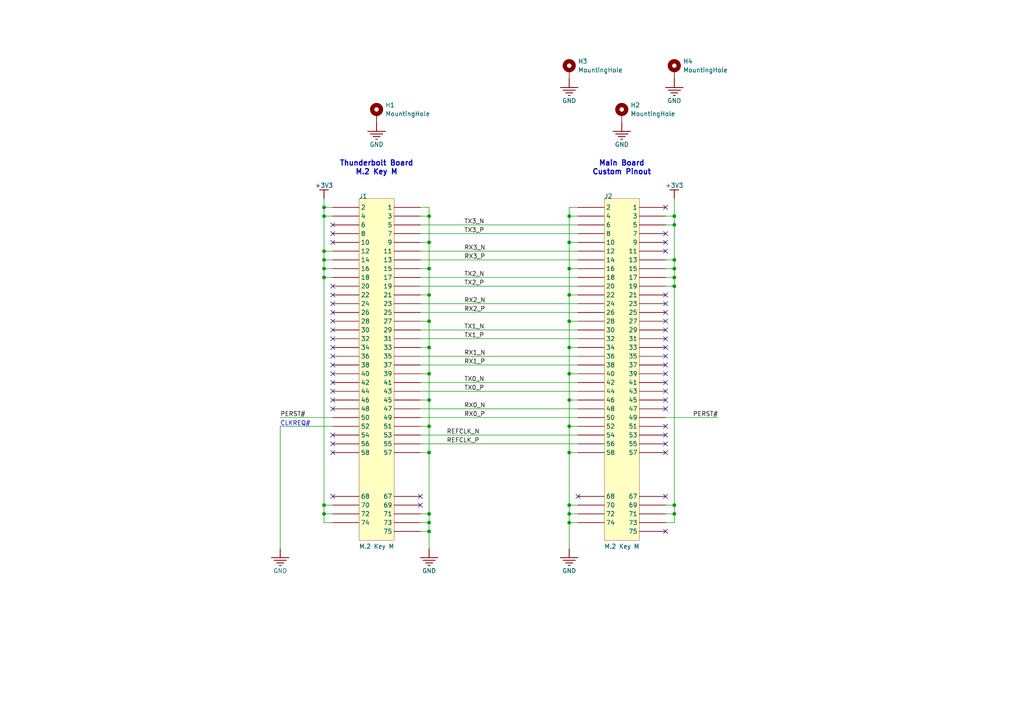
<source format=kicad_sch>
(kicad_sch (version 20241209) (generator "eeschema") (generator_version "9.0")
  (paper "A4")
  (lib_symbols
    (symbol "Adaptor_Board_JoneyTech-altium-import:+3V3_BAR" (power)
      (property "Value" "+3V3" (at 0 -3.81 0))
      (symbol "+3V3_BAR_0_0"
        (polyline (pts (xy -1.27 -2.54) (xy 1.27 -2.54)) (stroke (width 0.254)))
        (polyline (pts (xy 0 0) (xy 0 -2.54)) (stroke (width 0.254)))
        (pin power_in line (at 0 0 0) (length 0) (hide yes) (name "+3V3") (number ""))
      )
    )
    (symbol "Adaptor_Board_JoneyTech-altium-import:GND_POWER_GROUND" (power)
      (property "Value" "GND" (at 0 -6.35 0))
      (symbol "GND_POWER_GROUND_0_0"
        (polyline (pts (xy -2.54 -2.54) (xy 2.54 -2.54)) (stroke (width 0.254)))
        (polyline (pts (xy -1.778 -3.302) (xy 1.778 -3.302)) (stroke (width 0.254)))
        (polyline (pts (xy -1.016 -4.064) (xy 1.016 -4.064)) (stroke (width 0.254)))
        (polyline (pts (xy -0.254 -4.826) (xy 0.254 -4.826)) (stroke (width 0.254)))
        (polyline (pts (xy 0 0) (xy 0 -2.54)) (stroke (width 0.254)))
        (pin power_in line (at 0 0 0) (length 0) (hide yes) (name "GND") (number ""))
      )
    )
    (symbol "Adaptor_Board_JoneyTech-altium-import:root_0_mirrored_M.2 Key M" (pin_numbers (hide yes))
      (symbol "root_0_mirrored_M.2 Key M_1_0"
        (rectangle (start 5.08 48.26) (end -5.08 -50.8) (stroke (width 0.0254) (color 128 0 0 1)) (fill (type background)))
        (pin passive line (at -12.7 45.72 0) (length 7.62) (name "2") (number "2"))
        (pin passive line (at -12.7 43.18 0) (length 7.62) (name "4") (number "4"))
        (pin passive line (at -12.7 40.64 0) (length 7.62) (name "6") (number "6"))
        (pin passive line (at -12.7 38.1 0) (length 7.62) (name "8") (number "8"))
        (pin passive line (at -12.7 35.56 0) (length 7.62) (name "10") (number "10"))
        (pin passive line (at -12.7 33.02 0) (length 7.62) (name "12") (number "12"))
        (pin passive line (at -12.7 30.48 0) (length 7.62) (name "14") (number "14"))
        (pin passive line (at -12.7 27.94 0) (length 7.62) (name "16") (number "16"))
        (pin passive line (at -12.7 25.4 0) (length 7.62) (name "18") (number "18"))
        (pin passive line (at -12.7 22.86 0) (length 7.62) (name "20") (number "20"))
        (pin passive line (at -12.7 20.32 0) (length 7.62) (name "22") (number "22"))
        (pin passive line (at -12.7 17.78 0) (length 7.62) (name "24") (number "24"))
        (pin passive line (at -12.7 15.24 0) (length 7.62) (name "26") (number "26"))
        (pin passive line (at -12.7 12.7 0) (length 7.62) (name "28") (number "28"))
        (pin passive line (at -12.7 10.16 0) (length 7.62) (name "30") (number "30"))
        (pin passive line (at -12.7 7.62 0) (length 7.62) (name "32") (number "32"))
        (pin passive line (at -12.7 5.08 0) (length 7.62) (name "34") (number "34"))
        (pin passive line (at -12.7 2.54 0) (length 7.62) (name "36") (number "36"))
        (pin passive line (at -12.7 0 0) (length 7.62) (name "38") (number "38"))
        (pin passive line (at -12.7 -2.54 0) (length 7.62) (name "40") (number "40"))
        (pin passive line (at -12.7 -5.08 0) (length 7.62) (name "42") (number "42"))
        (pin passive line (at -12.7 -7.62 0) (length 7.62) (name "44") (number "44"))
        (pin passive line (at -12.7 -10.16 0) (length 7.62) (name "46") (number "46"))
        (pin passive line (at -12.7 -12.7 0) (length 7.62) (name "48") (number "48"))
        (pin passive line (at -12.7 -15.24 0) (length 7.62) (name "50") (number "50"))
        (pin passive line (at -12.7 -17.78 0) (length 7.62) (name "52") (number "52"))
        (pin passive line (at -12.7 -20.32 0) (length 7.62) (name "54") (number "54"))
        (pin passive line (at -12.7 -22.86 0) (length 7.62) (name "56") (number "56"))
        (pin passive line (at -12.7 -25.4 0) (length 7.62) (name "58") (number "58"))
        (pin passive line (at -12.7 -38.1 0) (length 7.62) (name "68") (number "68"))
        (pin passive line (at -12.7 -40.64 0) (length 7.62) (name "70") (number "70"))
        (pin passive line (at -12.7 -43.18 0) (length 7.62) (name "72") (number "72"))
        (pin passive line (at -12.7 -45.72 0) (length 7.62) (name "74") (number "74"))
        (pin passive line (at 12.7 45.72 180) (length 7.62) (name "1") (number "1"))
        (pin passive line (at 12.7 43.18 180) (length 7.62) (name "3") (number "3"))
        (pin passive line (at 12.7 40.64 180) (length 7.62) (name "5") (number "5"))
        (pin passive line (at 12.7 38.1 180) (length 7.62) (name "7") (number "7"))
        (pin passive line (at 12.7 35.56 180) (length 7.62) (name "9") (number "9"))
        (pin passive line (at 12.7 33.02 180) (length 7.62) (name "11") (number "11"))
        (pin passive line (at 12.7 30.48 180) (length 7.62) (name "13") (number "13"))
        (pin passive line (at 12.7 27.94 180) (length 7.62) (name "15") (number "15"))
        (pin passive line (at 12.7 25.4 180) (length 7.62) (name "17") (number "17"))
        (pin passive line (at 12.7 22.86 180) (length 7.62) (name "19") (number "19"))
        (pin passive line (at 12.7 20.32 180) (length 7.62) (name "21") (number "21"))
        (pin passive line (at 12.7 17.78 180) (length 7.62) (name "23") (number "23"))
        (pin passive line (at 12.7 15.24 180) (length 7.62) (name "25") (number "25"))
        (pin passive line (at 12.7 12.7 180) (length 7.62) (name "27") (number "27"))
        (pin passive line (at 12.7 10.16 180) (length 7.62) (name "29") (number "29"))
        (pin passive line (at 12.7 7.62 180) (length 7.62) (name "31") (number "31"))
        (pin passive line (at 12.7 5.08 180) (length 7.62) (name "33") (number "33"))
        (pin passive line (at 12.7 2.54 180) (length 7.62) (name "35") (number "35"))
        (pin passive line (at 12.7 0 180) (length 7.62) (name "37") (number "37"))
        (pin passive line (at 12.7 -2.54 180) (length 7.62) (name "39") (number "39"))
        (pin passive line (at 12.7 -5.08 180) (length 7.62) (name "41") (number "41"))
        (pin passive line (at 12.7 -7.62 180) (length 7.62) (name "43") (number "43"))
        (pin passive line (at 12.7 -10.16 180) (length 7.62) (name "45") (number "45"))
        (pin passive line (at 12.7 -12.7 180) (length 7.62) (name "47") (number "47"))
        (pin passive line (at 12.7 -15.24 180) (length 7.62) (name "49") (number "49"))
        (pin passive line (at 12.7 -17.78 180) (length 7.62) (name "51") (number "51"))
        (pin passive line (at 12.7 -20.32 180) (length 7.62) (name "53") (number "53"))
        (pin passive line (at 12.7 -22.86 180) (length 7.62) (name "55") (number "55"))
        (pin passive line (at 12.7 -25.4 180) (length 7.62) (name "57") (number "57"))
        (pin passive line (at 12.7 -38.1 180) (length 7.62) (name "67") (number "67"))
        (pin passive line (at 12.7 -40.64 180) (length 7.62) (name "69") (number "69"))
        (pin passive line (at 12.7 -43.18 180) (length 7.62) (name "71") (number "71"))
        (pin passive line (at 12.7 -45.72 180) (length 7.62) (name "73") (number "73"))
        (pin passive line (at 12.7 -48.26 180) (length 7.62) (name "75") (number "75"))
      )
    )
    (symbol "Mechanical:MountingHole_Pad" (pin_numbers (hide yes)) (pin_names (offset 1.016) (hide yes)) (exclude_from_sim yes) (in_bom no)
      (property "Reference" "H" (at 0 6.35 0))
      (property "Value" "MountingHole_Pad" (at 0 4.445 0))
      (symbol "MountingHole_Pad_0_1"
        (circle (center 0 1.27) (radius 1.27) (stroke (width 1.27)))
      )
      (symbol "MountingHole_Pad_1_1"
        (pin input line (at 0 -2.54 90) (length 2.54) (name "1") (number "1"))
      )
    )
  )
  (text "M.2 Key M" (at 109.22 49.9872 0) (effects (font (size 1.524 1.524) (thickness 0.3048) (bold yes))))
  (text "CLKREQ#" (at 81.28 123.6472 0) (effects (font (size 1.27 1.27)) (justify left bottom)))
  (text "Main Board" (at 180.34 47.4472 0) (effects (font (size 1.524 1.524) (thickness 0.3048) (bold yes))))
  (text "Thunderbolt Board" (at 109.22 47.4472 0) (effects (font (size 1.524 1.524) (thickness 0.3048) (bold yes))))
  (text "Custom Pinout" (at 180.34 49.9872 0) (effects (font (size 1.524 1.524) (thickness 0.3048) (bold yes))))
  (junction (at 165.1 77.9272))
  (junction (at 124.46 70.3072))
  (junction (at 195.58 80.4672))
  (junction (at 165.1 62.6872))
  (junction (at 195.58 77.9272))
  (junction (at 93.98 75.3872))
  (junction (at 165.1 149.0472))
  (junction (at 165.1 93.1672))
  (junction (at 195.58 75.3872))
  (junction (at 195.58 149.0472))
  (junction (at 93.98 149.0472))
  (junction (at 93.98 72.8472))
  (junction (at 165.1 146.5072))
  (junction (at 93.98 60.1472))
  (junction (at 124.46 123.6472))
  (junction (at 124.46 62.6872))
  (junction (at 124.46 131.2672))
  (junction (at 124.46 77.9272))
  (junction (at 124.46 100.7872))
  (junction (at 93.98 62.6872))
  (junction (at 165.1 151.5872))
  (junction (at 93.98 80.4672))
  (junction (at 124.46 116.0272))
  (junction (at 124.46 108.4072))
  (junction (at 124.46 85.5472))
  (junction (at 165.1 116.0272))
  (junction (at 124.46 149.0472))
  (junction (at 195.58 83.0072))
  (junction (at 124.46 93.1672))
  (junction (at 165.1 85.5472))
  (junction (at 165.1 131.2672))
  (junction (at 165.1 100.7872))
  (junction (at 195.58 62.6872))
  (junction (at 165.1 108.4072))
  (junction (at 124.46 154.1272))
  (junction (at 195.58 146.5072))
  (junction (at 195.58 65.2272))
  (junction (at 165.1 70.3072))
  (junction (at 165.1 123.6472))
  (junction (at 124.46 151.5872))
  (junction (at 93.98 77.9272))
  (junction (at 93.98 146.5072))
  (no_connect (at 96.52 113.4872))
  (no_connect (at 193.04 98.2472))
  (no_connect (at 96.52 128.7272))
  (no_connect (at 96.52 83.0072))
  (no_connect (at 193.04 100.7872))
  (no_connect (at 96.52 100.7872))
  (no_connect (at 96.52 108.4072))
  (no_connect (at 193.04 116.0272))
  (no_connect (at 193.04 67.7672))
  (no_connect (at 193.04 113.4872))
  (no_connect (at 96.52 118.5672))
  (no_connect (at 193.04 108.4072))
  (no_connect (at 96.52 70.3072))
  (no_connect (at 193.04 123.6472))
  (no_connect (at 193.04 95.7072))
  (no_connect (at 193.04 131.2672))
  (no_connect (at 96.52 131.2672))
  (no_connect (at 96.52 95.7072))
  (no_connect (at 96.52 105.8672))
  (no_connect (at 193.04 143.9672))
  (no_connect (at 193.04 110.9472))
  (no_connect (at 121.92 143.9672))
  (no_connect (at 96.52 126.1872))
  (no_connect (at 193.04 88.0872))
  (no_connect (at 193.04 128.7272))
  (no_connect (at 96.52 90.6272))
  (no_connect (at 121.92 146.5072))
  (no_connect (at 193.04 72.8472))
  (no_connect (at 193.04 93.1672))
  (no_connect (at 96.52 88.0872))
  (no_connect (at 96.52 93.1672))
  (no_connect (at 193.04 60.1472))
  (no_connect (at 193.04 70.3072))
  (no_connect (at 96.52 85.5472))
  (no_connect (at 96.52 110.9472))
  (no_connect (at 193.04 126.1872))
  (no_connect (at 96.52 65.2272))
  (no_connect (at 193.04 103.3272))
  (no_connect (at 96.52 103.3272))
  (no_connect (at 96.52 116.0272))
  (no_connect (at 167.64 143.9672))
  (no_connect (at 96.52 98.2472))
  (no_connect (at 96.52 67.7672))
  (no_connect (at 193.04 154.1272))
  (no_connect (at 193.04 90.6272))
  (no_connect (at 96.52 143.9672))
  (no_connect (at 193.04 118.5672))
  (no_connect (at 193.04 105.8672))
  (no_connect (at 193.04 85.5472))
  (wire (pts (xy 165.1 93.1672) (xy 165.1 100.7872)))
  (wire (pts (xy 193.04 62.6872) (xy 195.58 62.6872)))
  (wire (pts (xy 165.1 77.9272) (xy 165.1 85.5472)))
  (wire (pts (xy 121.92 108.4072) (xy 124.46 108.4072)))
  (wire (pts (xy 165.1 100.7872) (xy 165.1 108.4072)))
  (wire (pts (xy 96.52 146.5072) (xy 93.98 146.5072)))
  (wire (pts (xy 124.46 116.0272) (xy 124.46 123.6472)))
  (wire (pts (xy 167.64 116.0272) (xy 165.1 116.0272)))
  (wire (pts (xy 121.92 113.4872) (xy 167.64 113.4872)))
  (wire (pts (xy 121.92 60.1472) (xy 124.46 60.1472)))
  (wire (pts (xy 165.1 60.1472) (xy 165.1 62.6872)))
  (wire (pts (xy 121.92 116.0272) (xy 124.46 116.0272)))
  (wire (pts (xy 93.98 80.4672) (xy 93.98 77.9272)))
  (wire (pts (xy 121.92 83.0072) (xy 167.64 83.0072)))
  (wire (pts (xy 121.92 93.1672) (xy 124.46 93.1672)))
  (wire (pts (xy 165.1 108.4072) (xy 165.1 116.0272)))
  (wire (pts (xy 121.92 100.7872) (xy 124.46 100.7872)))
  (wire (pts (xy 96.52 80.4672) (xy 93.98 80.4672)))
  (wire (pts (xy 165.1 146.5072) (xy 165.1 149.0472)))
  (wire (pts (xy 121.92 70.3072) (xy 124.46 70.3072)))
  (wire (pts (xy 124.46 151.5872) (xy 124.46 154.1272)))
  (wire (pts (xy 124.46 77.9272) (xy 124.46 85.5472)))
  (wire (pts (xy 93.98 72.8472) (xy 93.98 62.6872)))
  (wire (pts (xy 195.58 146.5072) (xy 195.58 83.0072)))
  (wire (pts (xy 121.92 65.2272) (xy 167.64 65.2272)))
  (wire (pts (xy 124.46 93.1672) (xy 124.46 100.7872)))
  (wire (pts (xy 193.04 77.9272) (xy 195.58 77.9272)))
  (wire (pts (xy 93.98 149.0472) (xy 93.98 146.5072)))
  (wire (pts (xy 124.46 123.6472) (xy 124.46 131.2672)))
  (wire (pts (xy 193.04 121.1072) (xy 208.28 121.1072)))
  (wire (pts (xy 167.64 93.1672) (xy 165.1 93.1672)))
  (wire (pts (xy 121.92 77.9272) (xy 124.46 77.9272)))
  (wire (pts (xy 167.64 62.6872) (xy 165.1 62.6872)))
  (wire (pts (xy 167.64 70.3072) (xy 165.1 70.3072)))
  (wire (pts (xy 165.1 85.5472) (xy 165.1 93.1672)))
  (wire (pts (xy 165.1 151.5872) (xy 165.1 159.2072)))
  (wire (pts (xy 121.92 95.7072) (xy 167.64 95.7072)))
  (wire (pts (xy 167.64 131.2672) (xy 165.1 131.2672)))
  (wire (pts (xy 193.04 146.5072) (xy 195.58 146.5072)))
  (wire (pts (xy 124.46 154.1272) (xy 124.46 159.2072)))
  (wire (pts (xy 195.58 62.6872) (xy 195.58 57.6072)))
  (wire (pts (xy 195.58 151.5872) (xy 195.58 149.0472)))
  (wire (pts (xy 167.64 123.6472) (xy 165.1 123.6472)))
  (wire (pts (xy 124.46 85.5472) (xy 124.46 93.1672)))
  (wire (pts (xy 165.1 62.6872) (xy 165.1 70.3072)))
  (wire (pts (xy 121.92 88.0872) (xy 167.64 88.0872)))
  (wire (pts (xy 193.04 75.3872) (xy 195.58 75.3872)))
  (wire (pts (xy 121.92 121.1072) (xy 167.64 121.1072)))
  (wire (pts (xy 121.92 98.2472) (xy 167.64 98.2472)))
  (wire (pts (xy 124.46 70.3072) (xy 124.46 77.9272)))
  (wire (pts (xy 121.92 149.0472) (xy 124.46 149.0472)))
  (wire (pts (xy 165.1 146.5072) (xy 167.64 146.5072)))
  (wire (pts (xy 96.52 149.0472) (xy 93.98 149.0472)))
  (wire (pts (xy 124.46 131.2672) (xy 124.46 149.0472)))
  (wire (pts (xy 165.1 116.0272) (xy 165.1 123.6472)))
  (wire (pts (xy 93.98 77.9272) (xy 93.98 75.3872)))
  (wire (pts (xy 165.1 123.6472) (xy 165.1 131.2672)))
  (wire (pts (xy 96.52 123.6472) (xy 81.28 123.6472)))
  (wire (pts (xy 81.28 123.6472) (xy 81.28 159.2072)))
  (wire (pts (xy 165.1 131.2672) (xy 165.1 146.5072)))
  (wire (pts (xy 93.98 146.5072) (xy 93.98 80.4672)))
  (wire (pts (xy 121.92 80.4672) (xy 167.64 80.4672)))
  (wire (pts (xy 121.92 90.6272) (xy 167.64 90.6272)))
  (wire (pts (xy 195.58 149.0472) (xy 195.58 146.5072)))
  (wire (pts (xy 195.58 83.0072) (xy 195.58 80.4672)))
  (wire (pts (xy 121.92 103.3272) (xy 167.64 103.3272)))
  (wire (pts (xy 121.92 128.7272) (xy 167.64 128.7272)))
  (wire (pts (xy 124.46 108.4072) (xy 124.46 116.0272)))
  (wire (pts (xy 121.92 105.8672) (xy 167.64 105.8672)))
  (wire (pts (xy 121.92 131.2672) (xy 124.46 131.2672)))
  (wire (pts (xy 124.46 100.7872) (xy 124.46 108.4072)))
  (wire (pts (xy 195.58 77.9272) (xy 195.58 75.3872)))
  (wire (pts (xy 96.52 62.6872) (xy 93.98 62.6872)))
  (wire (pts (xy 96.52 151.5872) (xy 93.98 151.5872)))
  (wire (pts (xy 121.92 72.8472) (xy 167.64 72.8472)))
  (wire (pts (xy 96.52 72.8472) (xy 93.98 72.8472)))
  (wire (pts (xy 93.98 151.5872) (xy 93.98 149.0472)))
  (wire (pts (xy 167.64 149.0472) (xy 165.1 149.0472)))
  (wire (pts (xy 195.58 65.2272) (xy 195.58 62.6872)))
  (wire (pts (xy 195.58 75.3872) (xy 195.58 65.2272)))
  (wire (pts (xy 121.92 62.6872) (xy 124.46 62.6872)))
  (wire (pts (xy 96.52 77.9272) (xy 93.98 77.9272)))
  (wire (pts (xy 96.52 121.1072) (xy 81.28 121.1072)))
  (wire (pts (xy 93.98 75.3872) (xy 93.98 72.8472)))
  (wire (pts (xy 121.92 110.9472) (xy 167.64 110.9472)))
  (wire (pts (xy 124.46 60.1472) (xy 124.46 62.6872)))
  (wire (pts (xy 124.46 149.0472) (xy 124.46 151.5872)))
  (wire (pts (xy 167.64 85.5472) (xy 165.1 85.5472)))
  (wire (pts (xy 167.64 151.5872) (xy 165.1 151.5872)))
  (wire (pts (xy 121.92 118.5672) (xy 167.64 118.5672)))
  (wire (pts (xy 193.04 149.0472) (xy 195.58 149.0472)))
  (wire (pts (xy 96.52 60.1472) (xy 93.98 60.1472)))
  (wire (pts (xy 121.92 154.1272) (xy 124.46 154.1272)))
  (wire (pts (xy 193.04 83.0072) (xy 195.58 83.0072)))
  (wire (pts (xy 121.92 151.5872) (xy 124.46 151.5872)))
  (wire (pts (xy 167.64 100.7872) (xy 165.1 100.7872)))
  (wire (pts (xy 93.98 60.1472) (xy 93.98 57.6072)))
  (wire (pts (xy 165.1 70.3072) (xy 165.1 77.9272)))
  (wire (pts (xy 193.04 151.5872) (xy 195.58 151.5872)))
  (wire (pts (xy 121.92 123.6472) (xy 124.46 123.6472)))
  (wire (pts (xy 96.52 75.3872) (xy 93.98 75.3872)))
  (wire (pts (xy 193.04 80.4672) (xy 195.58 80.4672)))
  (wire (pts (xy 121.92 85.5472) (xy 124.46 85.5472)))
  (wire (pts (xy 93.98 62.6872) (xy 93.98 60.1472)))
  (wire (pts (xy 121.92 67.7672) (xy 167.64 67.7672)))
  (wire (pts (xy 193.04 65.2272) (xy 195.58 65.2272)))
  (wire (pts (xy 121.92 126.1872) (xy 167.64 126.1872)))
  (wire (pts (xy 167.64 60.1472) (xy 165.1 60.1472)))
  (wire (pts (xy 167.64 77.9272) (xy 165.1 77.9272)))
  (wire (pts (xy 165.1 149.0472) (xy 165.1 151.5872)))
  (wire (pts (xy 195.58 80.4672) (xy 195.58 77.9272)))
  (wire (pts (xy 121.92 75.3872) (xy 167.64 75.3872)))
  (wire (pts (xy 124.46 62.6872) (xy 124.46 70.3072)))
  (wire (pts (xy 167.64 108.4072) (xy 165.1 108.4072)))
  (label "TX0_P" (at 134.62 113.4872 0))
  (label "RX1_N" (at 134.62 103.3272 0))
  (label "REFCLK_N" (at 129.54 126.1872 0))
  (label "RX2_P" (at 134.62 90.6272 0))
  (label "RX1_P" (at 134.62 105.8672 0))
  (label "PERST#" (at 208.28 121.1072 180))
  (label "RX3_N" (at 134.62 72.8472 0))
  (label "TX1_P" (at 134.62 98.2472 0))
  (label "TX3_P" (at 134.62 67.7672 0))
  (label "REFCLK_P" (at 129.54 128.7272 0))
  (label "TX2_P" (at 134.62 83.0072 0))
  (label "TX1_N" (at 134.62 95.7072 0))
  (label "RX2_N" (at 134.62 88.0872 0))
  (label "RX0_N" (at 134.62 118.5672 0))
  (label "TX3_N" (at 134.62 65.2272 0))
  (label "TX2_N" (at 134.62 80.4672 0))
  (label "RX0_P" (at 134.62 121.1072 0))
  (label "RX3_P" (at 134.62 75.3872 0))
  (label "TX0_N" (at 134.62 110.9472 0))
  (label "PERST#" (at 81.28 121.1072 0))
  (symbol (lib_id "Adaptor_Board_JoneyTech-altium-import:GND_POWER_GROUND") (at 124.46 159.2072 0) (unit 1)
    (property "Reference" "#PWR0103" (effects (hide yes)))
    (property "Value" "GND" (at 124.46 165.5572 0))
  )
  (symbol (lib_id "Adaptor_Board_JoneyTech-altium-import:GND_POWER_GROUND") (at 109.22 35.56 0) (unit 1)
    (property "Reference" "#PWR0106" (effects (hide yes)))
    (property "Value" "GND" (at 109.22 41.91 0))
  )
  (symbol (lib_id "Mechanical:MountingHole_Pad") (at 180.34 33.02 0) (unit 1) (exclude_from_sim yes) (in_bom no)
    (property "Reference" "H2" (at 182.88 30.4799 0) (effects (justify left)))
    (property "Value" "MountingHole" (at 182.88 33.0199 0) (effects (justify left)))
    (property "Footprint" "Adaptor_Board_JoneyTech:M.2 Mounting Hole" (effects (hide yes)))
    (property "Description" "Mounting Hole with connection" (effects (hide yes)))
  )
  (symbol (lib_id "Mechanical:MountingHole_Pad") (at 195.58 20.32 0) (unit 1) (exclude_from_sim yes) (in_bom no)
    (property "Reference" "H4" (at 198.12 17.7799 0) (effects (justify left)))
    (property "Value" "MountingHole" (at 198.12 20.3199 0) (effects (justify left)))
    (property "Footprint" "Adaptor_Board_JoneyTech:M.2 Mounting Hole" (effects (hide yes)))
    (property "Description" "Mounting Hole with connection" (effects (hide yes)))
  )
  (symbol (lib_id "Adaptor_Board_JoneyTech-altium-import:GND_POWER_GROUND") (at 165.1 159.2072 0) (unit 1)
    (property "Reference" "#PWR0104" (effects (hide yes)))
    (property "Value" "GND" (at 165.1 165.5572 0))
  )
  (symbol (lib_id "Adaptor_Board_JoneyTech-altium-import:GND_POWER_GROUND") (at 195.58 22.86 0) (unit 1)
    (property "Reference" "#PWR0109" (effects (hide yes)))
    (property "Value" "GND" (at 195.58 29.21 0))
  )
  (symbol (lib_id "Adaptor_Board_JoneyTech-altium-import:root_0_mirrored_M.2 Key M") (at 109.22 105.8672 0) (unit 1)
    (property "Reference" "J1" (at 104.14 57.6072 0) (effects (justify left bottom)))
    (property "Value" "M.2 Key M" (at 104.14 159.2072 0) (effects (justify left bottom)))
    (property "Footprint" "ThunderScope:PCB EDGE M.2 Key M" (effects (hide yes)))
  )
  (symbol (lib_id "Adaptor_Board_JoneyTech-altium-import:GND_POWER_GROUND") (at 81.28 159.2072 0) (unit 1)
    (property "Reference" "#PWR0105" (effects (hide yes)))
    (property "Value" "GND" (at 81.28 165.5572 0))
  )
  (symbol (lib_id "Mechanical:MountingHole_Pad") (at 109.22 33.02 0) (unit 1) (exclude_from_sim yes) (in_bom no)
    (property "Reference" "H1" (at 111.76 30.4799 0) (effects (justify left)))
    (property "Value" "MountingHole" (at 111.76 33.0199 0) (effects (justify left)))
    (property "Footprint" "Adaptor_Board_JoneyTech:M.2 Mounting Hole" (effects (hide yes)))
    (property "Description" "Mounting Hole with connection" (effects (hide yes)))
  )
  (symbol (lib_id "Mechanical:MountingHole_Pad") (at 165.1 20.32 0) (unit 1) (exclude_from_sim yes) (in_bom no)
    (property "Reference" "H3" (at 167.64 17.7799 0) (effects (justify left)))
    (property "Value" "MountingHole" (at 167.64 20.3199 0) (effects (justify left)))
    (property "Footprint" "Adaptor_Board_JoneyTech:M.2 Mounting Hole" (effects (hide yes)))
    (property "Description" "Mounting Hole with connection" (effects (hide yes)))
  )
  (symbol (lib_id "Adaptor_Board_JoneyTech-altium-import:+3V3_BAR") (at 93.98 57.6072 180) (unit 1)
    (property "Reference" "#PWR0102" (effects (hide yes)))
    (property "Value" "+3V3" (at 93.98 53.7972 0))
  )
  (symbol (lib_id "Adaptor_Board_JoneyTech-altium-import:GND_POWER_GROUND") (at 180.34 35.56 0) (unit 1)
    (property "Reference" "#PWR0107" (effects (hide yes)))
    (property "Value" "GND" (at 180.34 41.91 0))
  )
  (symbol (lib_id "Adaptor_Board_JoneyTech-altium-import:+3V3_BAR") (at 195.58 57.6072 180) (unit 1)
    (property "Reference" "#PWR0101" (effects (hide yes)))
    (property "Value" "+3V3" (at 195.58 53.7972 0))
  )
  (symbol (lib_id "Adaptor_Board_JoneyTech-altium-import:GND_POWER_GROUND") (at 165.1 22.86 0) (unit 1)
    (property "Reference" "#PWR0108" (effects (hide yes)))
    (property "Value" "GND" (at 165.1 29.21 0))
  )
  (symbol (lib_id "Adaptor_Board_JoneyTech-altium-import:root_0_mirrored_M.2 Key M") (at 180.34 105.8672 0) (unit 1)
    (property "Reference" "J2" (at 175.26 57.6072 0) (effects (justify left bottom)))
    (property "Value" "M.2 Key M" (at 175.26 159.2072 0) (effects (justify left bottom)))
    (property "Footprint" "ThunderScope:PCB EDGE M.2 Key M" (effects (hide yes)))
  )
)
</source>
